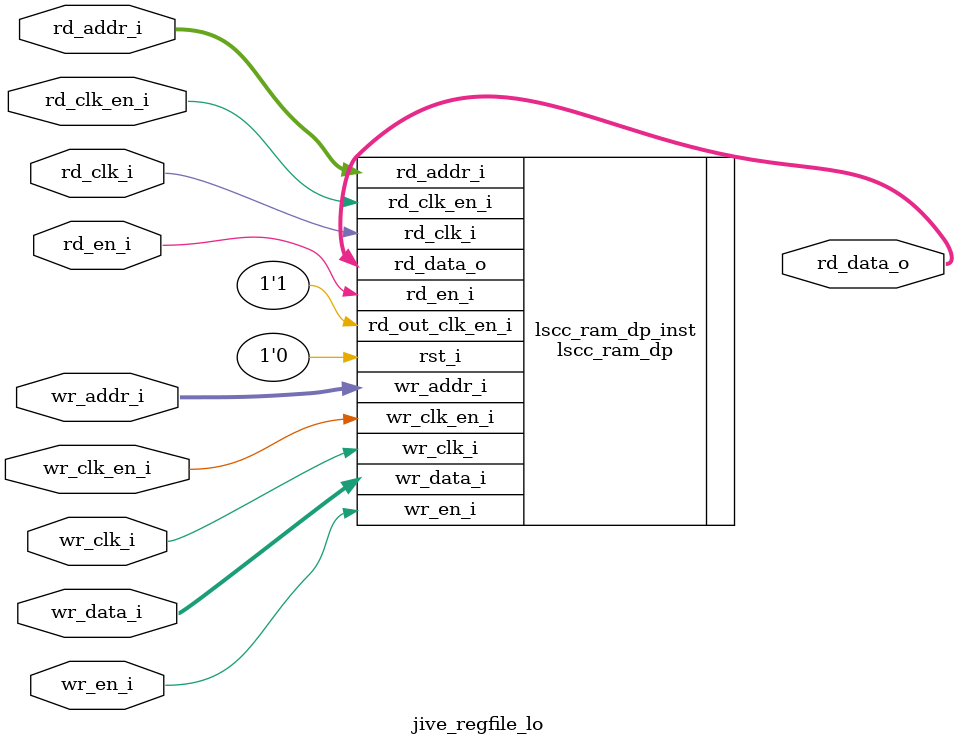
<source format=v>
/*******************************************************************************
    Verilog netlist generated by IPGEN Radiant
    Soft IP Version: 1.0.0
    Mon Nov 26 06:42:29 2018
*******************************************************************************/
/*******************************************************************************
    Include IP core template files.
*******************************************************************************/
`include "core/lscc_ram_dp.v"
/*******************************************************************************
    Wrapper Module generated per user settings.
*******************************************************************************/
module jive_regfile_lo (wr_clk_i, rd_clk_i, wr_clk_en_i, rd_en_i, rd_clk_en_i,
    wr_en_i, wr_data_i, wr_addr_i, rd_addr_i, rd_data_o);
    input  wr_clk_i;
    input  rd_clk_i;
    input  wr_clk_en_i;
    input  rd_en_i;
    input  rd_clk_en_i;
    input  wr_en_i;
    input  [15:0]  wr_data_i;
    input  [7:0]  wr_addr_i;
    input  [7:0]  rd_addr_i;
    output  [15:0]  rd_data_o;
    lscc_ram_dp #(.WADDR_DEPTH(256),
        .WDATA_WIDTH(16),
        .RADDR_DEPTH(256),
        .RDATA_WIDTH(16),
        .WADDR_WIDTH(8),
        .REGMODE("noreg"),
        .RADDR_WIDTH(8),
        .RESETMODE("sync"),
        .INIT_MODE("mem_file"),
        .INIT_FILE("misc/jive_regfile_lo_copy.mem"),
        .INIT_FILE_FORMAT("hex"))
    lscc_ram_dp_inst(.wr_clk_i(wr_clk_i),
        .rd_clk_i(rd_clk_i),
        .rst_i(1'b0),
        .wr_clk_en_i(wr_clk_en_i),
        .rd_en_i(rd_en_i),
        .rd_clk_en_i(rd_clk_en_i),
        .rd_out_clk_en_i(1'b1),
        .wr_en_i(wr_en_i),
        .wr_data_i(wr_data_i),
        .wr_addr_i(wr_addr_i),
        .rd_addr_i(rd_addr_i),
        .rd_data_o(rd_data_o));
endmodule
</source>
